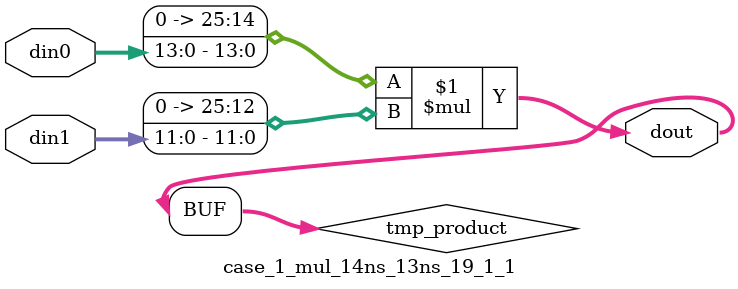
<source format=v>

`timescale 1 ns / 1 ps

 (* use_dsp = "no" *)  module case_1_mul_14ns_13ns_19_1_1(din0, din1, dout);
parameter ID = 1;
parameter NUM_STAGE = 0;
parameter din0_WIDTH = 14;
parameter din1_WIDTH = 12;
parameter dout_WIDTH = 26;

input [din0_WIDTH - 1 : 0] din0; 
input [din1_WIDTH - 1 : 0] din1; 
output [dout_WIDTH - 1 : 0] dout;

wire signed [dout_WIDTH - 1 : 0] tmp_product;
























assign tmp_product = $signed({1'b0, din0}) * $signed({1'b0, din1});











assign dout = tmp_product;





















endmodule

</source>
